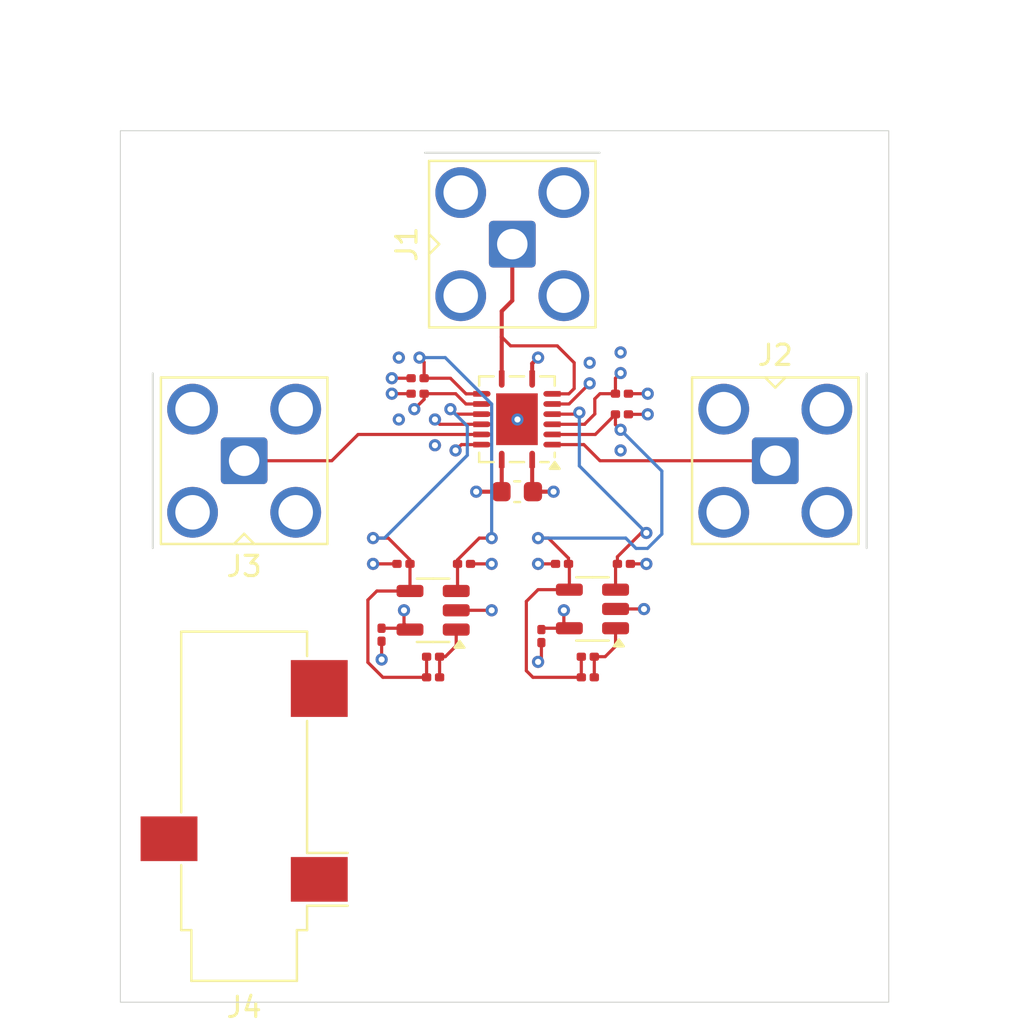
<source format=kicad_pcb>
(kicad_pcb (version 20240108) (generator "pcbnew") (generator_version "8.0")
  (layers (0 "F.Cu" signal) (1 "In1.Cu" signal) (2 "In2.Cu" signal) (31 "B.Cu" signal) (34 "B.Paste" user) (35 "F.Paste" user) (36 "B.SilkS" user "B.Silkscreen") (37 "F.SilkS" user "F.Silkscreen") (38 "B.Mask" user) (39 "F.Mask" user) (44 "Edge.Cuts" user))
  (net 0 "")
  (net 1 "/3.3V")
  (net 2 "GND")
  (net 3 "RF-In")
  (net 4 "CLK0")
  (net 5 "CLK1")
  (net 6 "/Q-Pos")
  (net 7 "/I-Neg")
  (net 8 "Net-(U2-OUT)")
  (net 9 "/Q-Neg")
  (net 10 "Net-(U3-OUT)")
  (net 11 "/I-Pos")
  (footprint "Capacitor_SMD:C_0201_0603Metric" (layer "F.Cu") (at 141.895 86.614 180)
    (property "Reference" "C4" (hide yes))
    (property "Value" ".1uf" (hide yes))
    (pad "1" smd roundrect (at -0.32 0 180) (size 0.46 0.4) (layers "F.Cu" "F.Mask") (net 11 "/I-Pos"))
    (pad "2" smd roundrect (at 0.32 0 180) (size 0.46 0.4) (layers "F.Cu" "F.Mask") (net 2 "GND"))
  )
  (footprint "Capacitor_SMD:C_0201_0603Metric" (layer "F.Cu") (at 141.895 85.852 180)
    (property "Reference" "C5" (hide yes))
    (property "Value" ".1uf" (hide yes))
    (pad "1" smd roundrect (at -0.32 0 180) (size 0.46 0.4) (layers "F.Cu" "F.Mask") (net 6 "/Q-Pos"))
    (pad "2" smd roundrect (at 0.32 0 180) (size 0.46 0.4) (layers "F.Cu" "F.Mask") (net 2 "GND"))
  )
  (footprint "Capacitor_SMD:C_0201_0603Metric" (layer "F.Cu") (at 147.991 98.552 90)
    (property "Reference" "C10" (hide yes))
    (property "Value" ".1uf" (hide yes))
    (pad "1" smd roundrect (at -0.32 0 90) (size 0.46 0.4) (layers "F.Cu" "F.Mask") (net 2 "GND"))
    (pad "2" smd roundrect (at 0.32 0 90) (size 0.46 0.4) (layers "F.Cu" "F.Mask") (net 1 "/3.3V"))
  )
  (footprint "Capacitor_SMD:C_0201_0603Metric" (layer "F.Cu") (at 144.181 94.996 180)
    (property "Reference" "C9" (hide yes))
    (property "Value" ".1uf" (hide yes))
    (pad "1" smd roundrect (at -0.32 0 180) (size 0.46 0.4) (layers "F.Cu" "F.Mask") (net 2 "GND"))
    (pad "2" smd roundrect (at 0.32 0 180) (size 0.46 0.4) (layers "F.Cu" "F.Mask") (net 6 "/Q-Pos"))
  )
  (footprint "Capacitor_SMD:C_0201_0603Metric" (layer "F.Cu") (at 151.958 86.614)
    (property "Reference" "C3" (hide yes))
    (property "Value" ".1uf" (hide yes))
    (pad "1" smd roundrect (at -0.32 0) (size 0.46 0.4) (layers "F.Cu" "F.Mask") (net 9 "/Q-Neg"))
    (pad "2" smd roundrect (at 0.32 0) (size 0.46 0.4) (layers "F.Cu" "F.Mask") (net 2 "GND"))
  )
  (footprint "Capacitor_SMD:C_0603_1608Metric" (layer "F.Cu") (at 146.799 91.44)
    (property "Reference" "C1" (hide yes))
    (property "Value" ".1uf" (hide yes))
    (fp_line (start -0.14058 -0.51) (end 0.14058 -0.51) (stroke (width 0.12)) (layer "F.SilkS"))
    (fp_line (start -0.14058 0.51) (end 0.14058 0.51) (stroke (width 0.12)) (layer "F.SilkS"))
    (pad "1" smd roundrect (at -0.775 0) (size 0.9 0.95) (layers "F.Cu" "F.Paste" "F.Mask") (net 1 "/3.3V"))
    (pad "2" smd roundrect (at 0.775 0) (size 0.9 0.95) (layers "F.Cu" "F.Paste" "F.Mask") (net 2 "GND"))
  )
  (footprint "Package_DFN_QFN:Texas_RGY_R-PVQFN-N16_EP2.05x2.55mm" (layer "F.Cu") (at 146.787 87.871 180)
    (property "Reference" "U1" (hide yes))
    (property "Value" "TS3A5017RGY" (hide yes))
    (fp_line (start 1.86 2.11) (end 1.86 1.65) (stroke (width 0.12)) (layer "F.SilkS"))
    (fp_line (start 1.86 -2.11) (end 1.86 -1.65) (stroke (width 0.12)) (layer "F.SilkS"))
    (fp_line (start 1.15 2.11) (end 1.86 2.11) (stroke (width 0.12)) (layer "F.SilkS"))
    (fp_line (start 1.15 -2.11) (end 1.86 -2.11) (stroke (width 0.12)) (layer "F.SilkS"))
    (fp_line (start 0.35 2.11) (end -0.35 2.11) (stroke (width 0.12)) (layer "F.SilkS"))
    (fp_line (start 0.35 -2.11) (end -0.35 -2.11) (stroke (width 0.12)) (layer "F.SilkS"))
    (fp_line (start -1.15 2.11) (end -1.86 2.11) (stroke (width 0.12)) (layer "F.SilkS"))
    (fp_line (start -1.15 -2.11) (end -1.56 -2.11) (stroke (width 0.12)) (layer "F.SilkS"))
    (fp_line (start -1.86 2.11) (end -1.86 1.65) (stroke (width 0.12)) (layer "F.SilkS"))
    (fp_line (start -1.86 -1.65) (end -1.86 -1.87) (stroke (width 0.12)) (layer "F.SilkS"))
    (fp_poly (pts (xy -1.86 -2.11) (xy -2.1 -2.44) (xy -1.62 -2.44) (xy -1.86 -2.11)) (stroke (width 0.12)) (fill solid) (layer "F.SilkS"))
    (pad "1" smd custom (at -0.75 -2.045 180) (size 0.28 0.71) (layers "F.Cu" "F.Paste" "F.Mask") (net 2 "GND") (options (clearance outline) (anchor rect)) (primitives (gr_circle (center 0 0.355) (end 0.14 0.355) (width 0) (fill yes))))
    (pad "2" smd custom (at -1.795 -1.25 180) (size 0.71 0.28) (layers "F.Cu" "F.Paste" "F.Mask") (net 4 "CLK0") (options (clearance outline) (anchor rect)) (primitives (gr_circle (center 0.355 0) (end 0.495 0) (width 0) (fill yes))))
    (pad "3" smd custom (at -1.795 -0.75 180) (size 0.71 0.28) (layers "F.Cu" "F.Paste" "F.Mask") (net 7 "/I-Neg") (options (clearance outline) (anchor rect)) (primitives (gr_circle (center 0.355 0) (end 0.495 0) (width 0) (fill yes))))
    (pad "4" smd custom (at -1.795 -0.25 180) (size 0.71 0.28) (layers "F.Cu" "F.Paste" "F.Mask") (net 9 "/Q-Neg") (options (clearance outline) (anchor rect)) (primitives (gr_circle (center 0.355 0) (end 0.495 0) (width 0) (fill yes))))
    (pad "5" smd custom (at -1.795 0.25 180) (size 0.71 0.28) (layers "F.Cu" "F.Paste" "F.Mask") (net 11 "/I-Pos") (options (clearance outline) (anchor rect)) (primitives (gr_circle (center 0.355 0) (end 0.495 0) (width 0) (fill yes))))
    (pad "6" smd custom (at -1.795 0.75 180) (size 0.71 0.28) (layers "F.Cu" "F.Paste" "F.Mask") (net 6 "/Q-Pos") (options (clearance outline) (anchor rect)) (primitives (gr_circle (center 0.355 0) (end 0.495 0) (width 0) (fill yes))))
    (pad "7" smd custom (at -1.795 1.25 180) (size 0.71 0.28) (layers "F.Cu" "F.Paste" "F.Mask") (net 3 "RF-In") (options (clearance outline) (anchor rect)) (primitives (gr_circle (center 0.355 0) (end 0.495 0) (width 0) (fill yes))))
    (pad "8" smd custom (at -0.75 2.045 180) (size 0.28 0.71) (layers "F.Cu" "F.Paste" "F.Mask") (net 2 "GND") (options (clearance outline) (anchor rect)) (primitives (gr_circle (center 0 -0.355) (end 0.14 -0.355) (width 0) (fill yes))))
    (pad "9" smd custom (at 0.75 2.045 180) (size 0.28 0.71) (layers "F.Cu" "F.Paste" "F.Mask") (net 3 "RF-In") (options (clearance outline) (anchor rect)) (primitives (gr_circle (center 0 -0.355) (end 0.14 -0.355) (width 0) (fill yes))))
    (pad "10" smd custom (at 1.795 1.25 180) (size 0.71 0.28) (layers "F.Cu" "F.Paste" "F.Mask") (net 6 "/Q-Pos") (options (clearance outline) (anchor rect)) (primitives (gr_circle (center -0.355 0) (end -0.215 0) (width 0) (fill yes))))
    (pad "11" smd custom (at 1.795 0.75 180) (size 0.71 0.28) (layers "F.Cu" "F.Paste" "F.Mask") (net 11 "/I-Pos") (options (clearance outline) (anchor rect)) (primitives (gr_circle (center -0.355 0) (end -0.215 0) (width 0) (fill yes))))
    (pad "12" smd custom (at 1.795 0.25 180) (size 0.71 0.28) (layers "F.Cu" "F.Paste" "F.Mask") (net 9 "/Q-Neg") (options (clearance outline) (anchor rect)) (primitives (gr_circle (center -0.355 0) (end -0.215 0) (width 0) (fill yes))))
    (pad "13" smd custom (at 1.795 -0.25 180) (size 0.71 0.28) (layers "F.Cu" "F.Paste" "F.Mask") (net 7 "/I-Neg") (options (clearance outline) (anchor rect)) (primitives (gr_circle (center -0.355 0) (end -0.215 0) (width 0) (fill yes))))
    (pad "14" smd custom (at 1.795 -0.75 180) (size 0.71 0.28) (layers "F.Cu" "F.Paste" "F.Mask") (net 5 "CLK1") (options (clearance outline) (anchor rect)) (primitives (gr_circle (center -0.355 0) (end -0.215 0) (width 0) (fill yes))))
    (pad "15" smd custom (at 1.795 -1.25 180) (size 0.71 0.28) (layers "F.Cu" "F.Paste" "F.Mask") (net 2 "GND") (options (clearance outline) (anchor rect)) (primitives (gr_circle (center -0.355 0) (end -0.215 0) (width 0) (fill yes))))
    (pad "16" smd custom (at 0.75 -2.045 180) (size 0.28 0.71) (layers "F.Cu" "F.Paste" "F.Mask") (net 1 "/3.3V") (options (clearance outline) (anchor rect)) (primitives (gr_circle (center 0 0.355) (end 0.14 0.355) (width 0) (fill yes))))
    (pad "17" smd rect (at 0 0 180) (size 2.05 2.55) (layers "F.Cu" "F.Mask") (net 2 "GND"))
  )
  (footprint "Connector_Coaxial:SMA_Amphenol_901-143_Horizontal" (layer "F.Cu") (at 133.35 89.916 90)
    (property "Reference" "J3" (at -5.2 0 0) (layer "F.SilkS"))
    (property "Value" "CLK1")
    (fp_line (start 4.1 -4.1) (end 4.1 4.1) (stroke (width 0.12)) (layer "F.SilkS"))
    (fp_line (start -4.1 -4.1) (end 4.1 -4.1) (stroke (width 0.12)) (layer "F.SilkS"))
    (fp_line (start -4.1 -4.1) (end -4.1 4.1) (stroke (width 0.12)) (layer "F.SilkS"))
    (fp_line (start -3.6 0) (end -4.1 -0.5) (stroke (width 0.12)) (layer "F.SilkS"))
    (fp_line (start -4.1 0.5) (end -3.6 0) (stroke (width 0.12)) (layer "F.SilkS"))
    (fp_line (start -4.1 4.1) (end 4.1 4.1) (stroke (width 0.12)) (layer "F.SilkS"))
    (fp_line (start 4.3 -4.5) (end -4.3 -4.5) (stroke (width 0.1)) (layer "Edge.Cuts"))
    (pad "1" thru_hole roundrect (at 0 0 90) (size 2.3 2.3) (drill 1.5) (layers "*.Cu" "*.Mask") (roundrect_rratio 0.087) (net 5 "CLK1"))
    (pad "2" thru_hole circle (at -2.54 -2.54 90) (size 2.5 2.5) (drill 1.7) (layers "*.Cu" "*.Mask") (net 2 "GND"))
    (pad "2" thru_hole circle (at -2.54 2.54 90) (size 2.5 2.5) (drill 1.7) (layers "*.Cu" "*.Mask") (net 2 "GND"))
    (pad "2" thru_hole circle (at 2.54 -2.54 90) (size 2.5 2.5) (drill 1.7) (layers "*.Cu" "*.Mask") (net 2 "GND"))
    (pad "2" thru_hole circle (at 2.54 2.54 90) (size 2.5 2.5) (drill 1.7) (layers "*.Cu" "*.Mask") (net 2 "GND"))
  )
  (footprint "Capacitor_SMD:C_0201_0603Metric" (layer "F.Cu") (at 149.007 94.996)
    (property "Reference" "C12" (hide yes))
    (property "Value" ".1uf" (hide yes))
    (pad "1" smd roundrect (at -0.32 0) (size 0.46 0.4) (layers "F.Cu" "F.Mask") (net 2 "GND"))
    (pad "2" smd roundrect (at 0.32 0) (size 0.46 0.4) (layers "F.Cu" "F.Mask") (net 7 "/I-Neg"))
  )
  (footprint "Capacitor_SMD:C_0201_0603Metric" (layer "F.Cu") (at 140.117 98.486 90)
    (property "Reference" "C6" (hide yes))
    (property "Value" ".1uf" (hide yes))
    (pad "1" smd roundrect (at -0.32 0 90) (size 0.46 0.4) (layers "F.Cu" "F.Mask") (net 2 "GND"))
    (pad "2" smd roundrect (at 0.32 0 90) (size 0.46 0.4) (layers "F.Cu" "F.Mask") (net 1 "/3.3V"))
  )
  (footprint "Connector_Coaxial:SMA_Amphenol_901-143_Horizontal" (layer "F.Cu") (at 146.558 79.248)
    (property "Reference" "J1" (at -5.2 0 90) (layer "F.SilkS"))
    (property "Value" "RF-In")
    (fp_line (start -4.1 -4.1) (end -4.1 4.1) (stroke (width 0.12)) (layer "F.SilkS"))
    (fp_line (start -4.1 -4.1) (end 4.1 -4.1) (stroke (width 0.12)) (layer "F.SilkS"))
    (fp_line (start -4.1 0.5) (end -3.6 0) (stroke (width 0.12)) (layer "F.SilkS"))
    (fp_line (start -4.1 4.1) (end 4.1 4.1) (stroke (width 0.12)) (layer "F.SilkS"))
    (fp_line (start -3.6 0) (end -4.1 -0.5) (stroke (width 0.12)) (layer "F.SilkS"))
    (fp_line (start 4.1 -4.1) (end 4.1 4.1) (stroke (width 0.12)) (layer "F.SilkS"))
    (fp_line (start 4.3 -4.5) (end -4.3 -4.5) (stroke (width 0.1)) (layer "Edge.Cuts"))
    (pad "1" thru_hole roundrect (at 0 0) (size 2.3 2.3) (drill 1.5) (layers "*.Cu" "*.Mask") (roundrect_rratio 0.087) (net 3 "RF-In"))
    (pad "2" thru_hole circle (at -2.54 -2.54) (size 2.5 2.5) (drill 1.7) (layers "*.Cu" "*.Mask") (net 2 "GND"))
    (pad "2" thru_hole circle (at -2.54 2.54) (size 2.5 2.5) (drill 1.7) (layers "*.Cu" "*.Mask") (net 2 "GND"))
    (pad "2" thru_hole circle (at 2.54 -2.54) (size 2.5 2.5) (drill 1.7) (layers "*.Cu" "*.Mask") (net 2 "GND"))
    (pad "2" thru_hole circle (at 2.54 2.54) (size 2.5 2.5) (drill 1.7) (layers "*.Cu" "*.Mask") (net 2 "GND"))
  )
  (footprint "Connector_Coaxial:SMA_Amphenol_901-143_Horizontal" (layer "F.Cu") (at 159.512 89.916 -90)
    (property "Reference" "J2" (at -5.2 0 180) (layer "F.SilkS"))
    (property "Value" "CLK0" (hide yes))
    (fp_line (start -4.1 4.1) (end 4.1 4.1) (stroke (width 0.12)) (layer "F.SilkS"))
    (fp_line (start -4.1 0.5) (end -3.6 0) (stroke (width 0.12)) (layer "F.SilkS"))
    (fp_line (start -3.6 0) (end -4.1 -0.5) (stroke (width 0.12)) (layer "F.SilkS"))
    (fp_line (start -4.1 -4.1) (end -4.1 4.1) (stroke (width 0.12)) (layer "F.SilkS"))
    (fp_line (start -4.1 -4.1) (end 4.1 -4.1) (stroke (width 0.12)) (layer "F.SilkS"))
    (fp_line (start 4.1 -4.1) (end 4.1 4.1) (stroke (width 0.12)) (layer "F.SilkS"))
    (fp_line (start 4.3 -4.5) (end -4.3 -4.5) (stroke (width 0.1)) (layer "Edge.Cuts"))
    (pad "1" thru_hole roundrect (at 0 0 270) (size 2.3 2.3) (drill 1.5) (layers "*.Cu" "*.Mask") (roundrect_rratio 0.087) (net 4 "CLK0"))
    (pad "2" thru_hole circle (at -2.54 -2.54 270) (size 2.5 2.5) (drill 1.7) (layers "*.Cu" "*.Mask") (net 2 "GND"))
    (pad "2" thru_hole circle (at -2.54 2.54 270) (size 2.5 2.5) (drill 1.7) (layers "*.Cu" "*.Mask") (net 2 "GND"))
    (pad "2" thru_hole circle (at 2.54 -2.54 270) (size 2.5 2.5) (drill 1.7) (layers "*.Cu" "*.Mask") (net 2 "GND"))
    (pad "2" thru_hole circle (at 2.54 2.54 270) (size 2.5 2.5) (drill 1.7) (layers "*.Cu" "*.Mask") (net 2 "GND"))
  )
  (footprint "Resistor_SMD:R_0201_0603Metric" (layer "F.Cu") (at 142.657 100.584)
    (property "Reference" "R1" (hide yes))
    (property "Value" "10k" (hide yes))
    (pad "1" smd roundrect (at -0.32 0) (size 0.46 0.4) (layers "F.Cu" "F.Mask") (net 9 "/Q-Neg"))
    (pad "2" smd roundrect (at 0.32 0) (size 0.46 0.4) (layers "F.Cu" "F.Mask") (net 8 "Net-(U2-OUT)"))
  )
  (footprint "Capacitor_SMD:C_0201_0603Metric" (layer "F.Cu") (at 141.199 94.996)
    (property "Reference" "C8" (hide yes))
    (property "Value" ".1uf" (hide yes))
    (pad "1" smd roundrect (at -0.32 0) (size 0.46 0.4) (layers "F.Cu" "F.Mask") (net 2 "GND"))
    (pad "2" smd roundrect (at 0.32 0) (size 0.46 0.4) (layers "F.Cu" "F.Mask") (net 9 "/Q-Neg"))
  )
  (footprint "Connector_Audio:Jack_3.5mm_CUI_SJ-3523-SMT_Horizontal" (layer "F.Cu") (at 133.35 106.934 180)
    (property "Reference" "J4" (at 0 -9.9 180) (layer "F.SilkS"))
    (property "Value" "AudioJack4_Ground" (hide yes))
    (fp_line (start 3.1 8.6) (end -3.1 8.6) (stroke (width 0.12)) (layer "F.SilkS"))
    (fp_line (start 3.1 -0.3) (end 3.1 8.6) (stroke (width 0.12)) (layer "F.SilkS"))
    (fp_line (start 3.1 -6.1) (end 3.1 -2.9) (stroke (width 0.12)) (layer "F.SilkS"))
    (fp_line (start 2.6 -6.1) (end 3.1 -6.1) (stroke (width 0.12)) (layer "F.SilkS"))
    (fp_line (start 2.6 -8.6) (end 2.6 -6.1) (stroke (width 0.12)) (layer "F.SilkS"))
    (fp_line (start -2.6 -6.1) (end -2.6 -8.6) (stroke (width 0.12)) (layer "F.SilkS"))
    (fp_line (start -2.6 -8.6) (end 2.6 -8.6) (stroke (width 0.12)) (layer "F.SilkS"))
    (fp_line (start -3.1 8.6) (end -3.1 7.4) (stroke (width 0.12)) (layer "F.SilkS"))
    (fp_line (start -3.1 4.2) (end -3.1 -2.3) (stroke (width 0.12)) (layer "F.SilkS"))
    (fp_line (start -3.1 -2.3) (end -5.1 -2.3) (stroke (width 0.12)) (layer "F.SilkS"))
    (fp_line (start -3.1 -4.9) (end -3.1 -6.1) (stroke (width 0.12)) (layer "F.SilkS"))
    (fp_line (start -3.1 -4.9) (end -5.1 -4.9) (stroke (width 0.12)) (layer "F.SilkS"))
    (fp_line (start -3.1 -6.1) (end -2.6 -6.1) (stroke (width 0.12)) (layer "F.SilkS"))
    (pad "" np_thru_hole circle (at 0 -2.5 180) (size 1.7 1.7) (drill 1.7) (layers "*.Cu" "*.Mask"))
    (pad "" np_thru_hole circle (at 0 4.5 180) (size 1.7 1.7) (drill 1.7) (layers "*.Cu" "*.Mask"))
    (pad "R" smd rect (at 3.7 -1.6 180) (size 2.8 2.2) (layers "F.Cu" "F.Paste" "F.Mask"))
    (pad "S" smd rect (at -3.7 -3.6 180) (size 2.8 2.2) (layers "F.Cu" "F.Paste" "F.Mask") (net 2 "GND"))
    (pad "T" smd rect (at -3.7 5.8 180) (size 2.8 2.8) (layers "F.Cu" "F.Paste" "F.Mask") (net 10 "Net-(U3-OUT)"))
  )
  (footprint "Capacitor_SMD:C_0201_0603Metric" (layer "F.Cu") (at 150.277 100.584 180)
    (property "Reference" "C13" (hide yes))
    (property "Value" ".1uf" (hide yes))
    (pad "1" smd roundrect (at -0.32 0 180) (size 0.46 0.4) (layers "F.Cu" "F.Mask") (net 10 "Net-(U3-OUT)"))
    (pad "2" smd roundrect (at 0.32 0 180) (size 0.46 0.4) (layers "F.Cu" "F.Mask") (net 7 "/I-Neg"))
  )
  (footprint "Package_TO_SOT_SMD:SOT-23-5" (layer "F.Cu") (at 142.657 97.282 180)
    (property "Reference" "U2" (hide yes))
    (property "Value" "LMP7715MF" (hide yes))
    (fp_line (start 0 1.56) (end 0.8 1.56) (stroke (width 0.12)) (layer "F.SilkS"))
    (fp_line (start 0 1.56) (end -0.8 1.56) (stroke (width 0.12)) (layer "F.SilkS"))
    (fp_line (start 0 -1.56) (end 0.8 -1.56) (stroke (width 0.12)) (layer "F.SilkS"))
    (fp_line (start 0 -1.56) (end -0.8 -1.56) (stroke (width 0.12)) (layer "F.SilkS"))
    (fp_poly (pts (xy -1.3 -1.51) (xy -1.54 -1.84) (xy -1.06 -1.84) (xy -1.3 -1.51)) (stroke (width 0.12)) (fill solid) (layer "F.SilkS"))
    (pad "1" smd roundrect (at -1.1375 -0.95 180) (size 1.325 0.6) (layers "F.Cu" "F.Paste" "F.Mask") (net 8 "Net-(U2-OUT)"))
    (pad "2" smd roundrect (at -1.1375 0 180) (size 1.325 0.6) (layers "F.Cu" "F.Paste" "F.Mask") (net 2 "GND"))
    (pad "3" smd roundrect (at -1.1375 0.95 180) (size 1.325 0.6) (layers "F.Cu" "F.Paste" "F.Mask") (net 6 "/Q-Pos"))
    (pad "4" smd roundrect (at 1.1375 0.95 180) (size 1.325 0.6) (layers "F.Cu" "F.Paste" "F.Mask") (net 9 "/Q-Neg"))
    (pad "5" smd roundrect (at 1.1375 -0.95 180) (size 1.325 0.6) (layers "F.Cu" "F.Paste" "F.Mask") (net 1 "/3.3V"))
  )
  (footprint "Capacitor_SMD:C_0201_0603Metric" (layer "F.Cu") (at 152.055 94.996 180)
    (property "Reference" "C11" (hide yes))
    (property "Value" ".1uf" (hide yes))
    (pad "1" smd roundrect (at -0.32 0 180) (size 0.46 0.4) (layers "F.Cu" "F.Mask") (net 2 "GND"))
    (pad "2" smd roundrect (at 0.32 0 180) (size 0.46 0.4) (layers "F.Cu" "F.Mask") (net 11 "/I-Pos"))
  )
  (footprint "Package_TO_SOT_SMD:SOT-23-5" (layer "F.Cu") (at 150.5065 97.216 180)
    (property "Reference" "U3" (hide yes))
    (property "Value" "LMP7715MF" (hide yes))
    (fp_line (start 0 1.56) (end 0.8 1.56) (stroke (width 0.12)) (layer "F.SilkS"))
    (fp_line (start 0 1.56) (end -0.8 1.56) (stroke (width 0.12)) (layer "F.SilkS"))
    (fp_line (start 0 -1.56) (end 0.8 -1.56) (stroke (width 0.12)) (layer "F.SilkS"))
    (fp_line (start 0 -1.56) (end -0.8 -1.56) (stroke (width 0.12)) (layer "F.SilkS"))
    (fp_poly (pts (xy -1.3 -1.51) (xy -1.54 -1.84) (xy -1.06 -1.84) (xy -1.3 -1.51)) (stroke (width 0.12)) (fill solid) (layer "F.SilkS"))
    (pad "1" smd roundrect (at -1.1375 -0.95 180) (size 1.325 0.6) (layers "F.Cu" "F.Paste" "F.Mask") (net 10 "Net-(U3-OUT)"))
    (pad "2" smd roundrect (at -1.1375 0 180) (size 1.325 0.6) (layers "F.Cu" "F.Paste" "F.Mask") (net 2 "GND"))
    (pad "3" smd roundrect (at -1.1375 0.95 180) (size 1.325 0.6) (layers "F.Cu" "F.Paste" "F.Mask") (net 11 "/I-Pos"))
    (pad "4" smd roundrect (at 1.1375 0.95 180) (size 1.325 0.6) (layers "F.Cu" "F.Paste" "F.Mask") (net 7 "/I-Neg"))
    (pad "5" smd roundrect (at 1.1375 -0.95 180) (size 1.325 0.6) (layers "F.Cu" "F.Paste" "F.Mask") (net 1 "/3.3V"))
  )
  (footprint "Capacitor_SMD:C_0201_0603Metric" (layer "F.Cu") (at 151.958 87.63)
    (property "Reference" "C2" (hide yes))
    (property "Value" ".1uf" (hide yes))
    (pad "1" smd roundrect (at -0.32 0) (size 0.46 0.4) (layers "F.Cu" "F.Mask") (net 7 "/I-Neg"))
    (pad "2" smd roundrect (at 0.32 0) (size 0.46 0.4) (layers "F.Cu" "F.Mask") (net 2 "GND"))
  )
  (footprint "Resistor_SMD:R_0201_0603Metric" (layer "F.Cu") (at 150.277 99.568)
    (property "Reference" "R2" (hide yes))
    (property "Value" "10k" (hide yes))
    (pad "1" smd roundrect (at -0.32 0) (size 0.46 0.4) (layers "F.Cu" "F.Mask") (net 7 "/I-Neg"))
    (pad "2" smd roundrect (at 0.32 0) (size 0.46 0.4) (layers "F.Cu" "F.Mask") (net 10 "Net-(U3-OUT)"))
  )
  (footprint "Capacitor_SMD:C_0201_0603Metric" (layer "F.Cu") (at 142.657 99.568 180)
    (property "Reference" "C7" (hide yes))
    (property "Value" ".1uf" (hide yes))
    (pad "1" smd roundrect (at -0.32 0 180) (size 0.46 0.4) (layers "F.Cu" "F.Mask") (net 8 "Net-(U2-OUT)"))
    (pad "2" smd roundrect (at 0.32 0 180) (size 0.46 0.4) (layers "F.Cu" "F.Mask") (net 9 "/Q-Neg"))
  )
  (gr_rect (start 127.254 73.66) (end 165.1 116.586) (stroke (width 0.05)) (fill none) (layer "Edge.Cuts"))
  (segment (start 149.369 98.166) (end 148.057 98.166) (width 0.156464) (layer "F.Cu") (net 1))
  (segment (start 146.037 91.427) (end 146.024 91.44) (width 0.2) (layer "F.Cu") (net 1))
  (segment (start 146.024 91.44) (end 144.78 91.44) (width 0.2) (layer "F.Cu") (net 1))
  (segment (start 149.098 97.895) (end 149.369 98.166) (width 0.156464) (layer "F.Cu") (net 1))
  (segment (start 149.098 97.282) (end 149.098 97.895) (width 0.156464) (layer "F.Cu") (net 1))
  (segment (start 141.224 97.282) (end 141.224 97.9365) (width 0.156464) (layer "F.Cu") (net 1))
  (segment (start 148.057 98.166) (end 147.991 98.232) (width 0.156464) (layer "F.Cu") (net 1))
  (segment (start 141.4535 98.166) (end 141.5195 98.232) (width 0.156464) (layer "F.Cu") (net 1))
  (segment (start 146.037 89.916) (end 146.037 91.427) (width 0.2) (layer "F.Cu") (net 1))
  (segment (start 141.224 97.9365) (end 141.5195 98.232) (width 0.156464) (layer "F.Cu") (net 1))
  (segment (start 140.117 98.166) (end 141.4535 98.166) (width 0.156464) (layer "F.Cu") (net 1))
  (via (at 144.78 91.44) (size 0.6) (drill 0.3) (layers "F.Cu" "B.Cu") (net 1))
  (via (at 149.098 97.282) (size 0.6) (drill 0.3) (layers "F.Cu" "B.Cu") (net 1))
  (via (at 141.224 97.282) (size 0.6) (drill 0.3) (layers "F.Cu" "B.Cu") (net 1))
  (segment (start 153.03873 97.216) (end 153.044537 97.221807) (width 0.156464) (layer "F.Cu") (net 2))
  (segment (start 140.122574 98.811574) (end 140.117 98.806) (width 0.156464) (layer "F.Cu") (net 2))
  (segment (start 147.991 99.659) (end 147.828 99.822) (width 0.156464) (layer "F.Cu") (net 2))
  (segment (start 147.537 85.127) (end 147.828 84.836) (width 0.2) (layer "F.Cu") (net 2))
  (segment (start 144.051 89.121) (end 143.764 89.408) (width 0.156464) (layer "F.Cu") (net 2))
  (segment (start 140.625 86.614) (end 141.575 86.614) (width 0.156464) (layer "F.Cu") (net 2))
  (segment (start 147.537 89.916) (end 147.537 91.403) (width 0.2) (layer "F.Cu") (net 2))
  (segment (start 144.501 94.996) (end 145.542 94.996) (width 0.156464) (layer "F.Cu") (net 2))
  (segment (start 147.828 94.996) (end 148.687 94.996) (width 0.156464) (layer "F.Cu") (net 2))
  (segment (start 153.228 86.614) (end 152.278 86.614) (width 0.156464) (layer "F.Cu") (net 2))
  (segment (start 147.991 98.872) (end 147.991 99.659) (width 0.156464) (layer "F.Cu") (net 2))
  (segment (start 140.879 94.996) (end 139.7 94.996) (width 0.156464) (layer "F.Cu") (net 2))
  (segment (start 140.122574 99.706043) (end 140.122574 98.811574) (width 0.156464) (layer "F.Cu") (net 2))
  (segment (start 147.574 91.44) (end 148.59 91.44) (width 0.2) (layer "F.Cu") (net 2))
  (segment (start 147.537 85.826) (end 147.537 85.127) (width 0.2) (layer "F.Cu") (net 2))
  (segment (start 143.7945 97.282) (end 145.542 97.282) (width 0.156464) (layer "F.Cu") (net 2))
  (segment (start 152.375 94.996) (end 153.162 94.996) (width 0.156464) (layer "F.Cu") (net 2))
  (segment (start 147.537 91.403) (end 147.574 91.44) (width 0.2) (layer "F.Cu") (net 2))
  (segment (start 151.644 97.216) (end 153.03873 97.216) (width 0.156464) (layer "F.Cu") (net 2))
  (segment (start 153.228 87.63) (end 152.278 87.63) (width 0.156464) (layer "F.Cu") (net 2))
  (segment (start 140.625 85.852) (end 141.575 85.852) (width 0.156464) (layer "F.Cu") (net 2))
  (segment (start 144.992 89.121) (end 144.051 89.121) (width 0.156464) (layer "F.Cu") (net 2))
  (via (at 140.625 85.852) (size 0.6) (drill 0.3) (layers "F.Cu" "B.Cu") (net 2))
  (via (at 140.97 84.836) (size 0.6) (drill 0.3) (layers "F.Cu" "B.Cu") (net 2))
  (via (at 145.542 97.282) (size 0.6) (drill 0.3) (layers "F.Cu" "B.Cu") (net 2))
  (via (at 147.828 84.836) (size 0.6) (drill 0.3) (layers "F.Cu" "B.Cu") (net 2))
  (via (at 143.764 89.408) (size 0.6) (drill 0.3) (layers "F.Cu" "B.Cu") (net 2))
  (via (at 147.828 94.996) (size 0.6) (drill 0.3) (layers "F.Cu" "B.Cu") (net 2))
  (via (at 140.122574 99.706043) (size 0.6) (drill 0.3) (layers "F.Cu" "B.Cu") (net 2))
  (via (at 145.542 94.996) (size 0.6) (drill 0.3) (layers "F.Cu" "B.Cu") (net 2))
  (via (at 142.748 89.154) (size 0.6) (drill 0.3) (layers "F.Cu" "B.Cu") (net 2))
  (via (at 146.812 87.884) (size 0.6) (drill 0.3) (layers "F.Cu" "B.Cu") (net 2))
  (via (at 151.892 84.582) (size 0.6) (drill 0.3) (layers "F.Cu" "B.Cu") (net 2))
  (via (at 148.59 91.44) (size 0.6) (drill 0.3) (layers "F.Cu" "B.Cu") (net 2))
  (via (at 153.228 86.614) (size 0.6) (drill 0.3) (layers "F.Cu" "B.Cu") (net 2))
  (via (at 139.7 94.996) (size 0.6) (drill 0.3) (layers "F.Cu" "B.Cu") (net 2))
  (via (at 153.228 87.63) (size 0.6) (drill 0.3) (layers "F.Cu" "B.Cu") (net 2))
  (via (at 140.625 86.614) (size 0.6) (drill 0.3) (layers "F.Cu" "B.Cu") (net 2))
  (via (at 147.828 99.822) (size 0.6) (drill 0.3) (layers "F.Cu" "B.Cu") (net 2))
  (via (at 153.044537 97.221807) (size 0.6) (drill 0.3) (layers "F.Cu" "B.Cu") (net 2))
  (via (at 140.97 87.884) (size 0.6) (drill 0.3) (layers "F.Cu" "B.Cu") (net 2))
  (via (at 153.162 94.996) (size 0.6) (drill 0.3) (layers "F.Cu" "B.Cu") (net 2))
  (via (at 151.892 89.408) (size 0.6) (drill 0.3) (layers "F.Cu" "B.Cu") (net 2))
  (via (at 150.368 85.09) (size 0.6) (drill 0.3) (layers "F.Cu" "B.Cu") (net 2))
  (segment (start 146.474768 84.257768) (end 146.037 83.82) (width 0.156464) (layer "F.Cu") (net 3))
  (segment (start 146.558 82.028456) (end 146.037 82.549456) (width 0.2) (layer "F.Cu") (net 3))
  (segment (start 146.037 83.82) (end 146.037 85.826) (width 0.2) (layer "F.Cu") (net 3))
  (segment (start 149.606 86.36) (end 149.606 85.09) (width 0.156464) (layer "F.Cu") (net 3))
  (segment (start 149.345 86.621) (end 149.606 86.36) (width 0.156464) (layer "F.Cu") (net 3))
  (segment (start 149.606 85.09) (end 148.773768 84.257768) (width 0.156464) (layer "F.Cu") (net 3))
  (segment (start 146.037 79.769) (end 146.558 79.248) (width 0.2) (layer "F.Cu") (net 3))
  (segment (start 148.582 86.621) (end 149.345 86.621) (width 0.156464) (layer "F.Cu") (net 3))
  (segment (start 148.773768 84.257768) (end 146.474768 84.257768) (width 0.156464) (layer "F.Cu") (net 3))
  (segment (start 146.037 82.549456) (end 146.037 83.82) (width 0.2) (layer "F.Cu") (net 3))
  (segment (start 146.558 79.248) (end 146.558 82.028456) (width 0.2) (layer "F.Cu") (net 3))
  (segment (start 150.081 89.121) (end 148.582 89.121) (width 0.156464) (layer "F.Cu") (net 4))
  (segment (start 159.512 89.916) (end 150.876 89.916) (width 0.156464) (layer "F.Cu") (net 4))
  (segment (start 150.876 89.916) (end 150.081 89.121) (width 0.156464) (layer "F.Cu") (net 4))
  (segment (start 138.963 88.621) (end 144.992 88.621) (width 0.156464) (layer "F.Cu") (net 5))
  (segment (start 133.35 89.916) (end 137.668 89.916) (width 0.156464) (layer "F.Cu") (net 5))
  (segment (start 137.668 89.916) (end 138.963 88.621) (width 0.156464) (layer "F.Cu") (net 5))
  (segment (start 144.931001 93.726) (end 145.542 93.726) (width 0.156464) (layer "F.Cu") (net 6))
  (segment (start 142.215 85.065) (end 141.986 84.836) (width 0.156464) (layer "F.Cu") (net 6))
  (segment (start 142.215 85.852) (end 142.215 85.065) (width 0.156464) (layer "F.Cu") (net 6))
  (segment (start 143.51 85.852) (end 142.215 85.852) (width 0.156464) (layer "F.Cu") (net 6))
  (segment (start 143.861 96.2655) (end 143.7945 96.332) (width 0.156464) (layer "F.Cu") (net 6))
  (segment (start 143.861 94.796001) (end 144.931001 93.726) (width 0.156464) (layer "F.Cu") (net 6))
  (segment (start 149.353 87.121) (end 150.368 86.106) (width 0.156464) (layer "F.Cu") (net 6))
  (segment (start 144.279 86.621) (end 143.51 85.852) (width 0.156464) (layer "F.Cu") (net 6))
  (segment (start 143.861 94.996) (end 143.861 94.796001) (width 0.156464) (layer "F.Cu") (net 6))
  (segment (start 143.861 94.996) (end 143.861 96.2655) (width 0.156464) (layer "F.Cu") (net 6))
  (segment (start 148.582 87.121) (end 149.353 87.121) (width 0.156464) (layer "F.Cu") (net 6))
  (segment (start 144.992 86.621) (end 144.279 86.621) (width 0.156464) (layer "F.Cu") (net 6))
  (via (at 141.986 84.836) (size 0.6) (drill 0.3) (layers "F.Cu" "B.Cu") (net 6))
  (via (at 150.368 86.106) (size 0.6) (drill 0.3) (layers "F.Cu" "B.Cu") (net 6))
  (via (at 145.542 93.726) (size 0.6) (drill 0.3) (layers "F.Cu" "B.Cu") (net 6))
  (segment (start 143.256 84.836) (end 145.542 87.122) (width 0.156464) (layer "B.Cu") (net 6))
  (segment (start 145.542 93.726) (end 145.542 87.122) (width 0.156464) (layer "B.Cu") (net 6))
  (segment (start 141.986 84.836) (end 143.256 84.836) (width 0.156464) (layer "B.Cu") (net 6))
  (segment (start 151.638 88.138) (end 151.892 88.392) (width 0.156464) (layer "F.Cu") (net 7))
  (segment (start 149.327 94.717) (end 148.336 93.726) (width 0.156464) (layer "F.Cu") (net 7))
  (segment (start 144.992 88.121) (end 142.985 88.121) (width 0.156464) (layer "F.Cu") (net 7))
  (segment (start 147.828 96.266) (end 149.369 96.266) (width 0.156464) (layer "F.Cu") (net 7))
  (segment (start 147.249768 100.259768) (end 147.249768 96.844232) (width 0.156464) (layer "F.Cu") (net 7))
  (segment (start 149.957 100.584) (end 147.574 100.584) (width 0.156464) (layer "F.Cu") (net 7))
  (segment (start 148.336 93.726) (end 147.828 93.726) (width 0.156464) (layer "F.Cu") (net 7))
  (segment (start 149.327 94.996) (end 149.327 94.717) (width 0.156464) (layer "F.Cu") (net 7))
  (segment (start 148.582 88.621) (end 150.647 88.621) (width 0.156464) (layer "F.Cu") (net 7))
  (segment (start 151.638 87.63) (end 151.638 88.138) (width 0.156464) (layer "F.Cu") (net 7))
  (segment (start 149.369 95.038) (end 149.327 94.996) (width 0.156464) (layer "F.Cu") (net 7))
  (segment (start 147.574 100.584) (end 147.249768 100.259768) (width 0.156464) (layer "F.Cu") (net 7))
  (segment (start 150.647 88.621) (end 151.638 87.63) (width 0.156464) (layer "F.Cu") (net 7))
  (segment (start 149.369 96.266) (end 149.369 95.038) (width 0.156464) (layer "F.Cu") (net 7))
  (segment (start 142.985 88.121) (end 142.748 87.884) (width 0.156464) (layer "F.Cu") (net 7))
  (segment (start 147.249768 96.844232) (end 147.828 96.266) (width 0.156464) (layer "F.Cu") (net 7))
  (segment (start 149.957 100.584) (end 149.957 99.568) (width 0.156464) (layer "F.Cu") (net 7))
  (via (at 147.828 93.726) (size 0.6) (drill 0.3) (layers "F.Cu" "B.Cu") (net 7))
  (via (at 142.748 87.884) (size 0.6) (drill 0.3) (layers "F.Cu" "B.Cu") (net 7))
  (via (at 151.892 88.392) (size 0.6) (drill 0.3) (layers "F.Cu" "B.Cu") (net 7))
  (segment (start 147.828 93.726) (end 152.146 93.726) (width 0.156464) (layer "B.Cu") (net 7))
  (segment (start 152.146 93.726) (end 152.654 94.234) (width 0.156464) (layer "B.Cu") (net 7))
  (segment (start 153.924 90.424) (end 151.892 88.392) (width 0.156464) (layer "B.Cu") (net 7))
  (segment (start 153.924 93.527744) (end 153.924 90.424) (width 0.156464) (layer "B.Cu") (net 7))
  (segment (start 153.217744 94.234) (end 153.924 93.527744) (width 0.156464) (layer "B.Cu") (net 7))
  (segment (start 152.654 94.234) (end 153.217744 94.234) (width 0.156464) (layer "B.Cu") (net 7))
  (segment (start 143.256 99.568) (end 143.7945 99.0295) (width 0.156464) (layer "F.Cu") (net 8))
  (segment (start 142.977 99.568) (end 143.256 99.568) (width 0.156464) (layer "F.Cu") (net 8))
  (segment (start 142.977 100.584) (end 142.977 99.568) (width 0.156464) (layer "F.Cu") (net 8))
  (segment (start 143.7945 99.0295) (end 143.7945 98.232) (width 0.156464) (layer "F.Cu") (net 8))
  (segment (start 140.182787 100.584) (end 139.446 99.847213) (width 0.156464) (layer "F.Cu") (net 9))
  (segment (start 150.876 86.614) (end 151.638 86.614) (width 0.156464) (layer "F.Cu") (net 9))
  (segment (start 151.638 85.852) (end 151.892 85.598) (width 0.156464) (layer "F.Cu") (net 9))
  (segment (start 141.519 94.996) (end 141.519 94.796001) (width 0.156464) (layer "F.Cu") (net 9))
  (segment (start 141.519 96.3315) (end 141.5195 96.332) (width 0.156464) (layer "F.Cu") (net 9))
  (segment (start 143.755 87.621) (end 143.51 87.376) (width 0.156464) (layer "F.Cu") (net 9))
  (segment (start 140.448999 93.726) (end 139.7 93.726) (width 0.156464) (layer "F.Cu") (net 9))
  (segment (start 139.888 96.332) (end 141.5195 96.332) (width 0.156464) (layer "F.Cu") (net 9))
  (segment (start 150.622 87.613) (end 150.622 86.868) (width 0.156464) (layer "F.Cu") (net 9))
  (segment (start 150.622 86.868) (end 150.876 86.614) (width 0.156464) (layer "F.Cu") (net 9))
  (segment (start 139.446 96.774) (end 139.888 96.332) (width 0.156464) (layer "F.Cu") (net 9))
  (segment (start 150.114 88.121) (end 150.622 87.613) (width 0.156464) (layer "F.Cu") (net 9))
  (segment (start 150.114 88.121) (end 150.131 88.121) (width 0.156464) (layer "F.Cu") (net 9))
  (segment (start 148.582 88.121) (end 150.114 88.121) (width 0.156464) (layer "F.Cu") (net 9))
  (segment (start 142.337 100.584) (end 140.182787 100.584) (width 0.156464) (layer "F.Cu") (net 9))
  (segment (start 142.337 100.584) (end 142.337 99.568) (width 0.156464) (layer "F.Cu") (net 9))
  (segment (start 151.638 86.614) (end 151.638 85.852) (width 0.156464) (layer "F.Cu") (net 9))
  (segment (start 141.519 94.996) (end 141.519 96.3315) (width 0.156464) (layer "F.Cu") (net 9))
  (segment (start 141.519 94.796001) (end 140.448999 93.726) (width 0.156464) (layer "F.Cu") (net 9))
  (segment (start 139.446 99.847213) (end 139.446 96.774) (width 0.156464) (layer "F.Cu") (net 9))
  (segment (start 144.992 87.621) (end 143.755 87.621) (width 0.156464) (layer "F.Cu") (net 9))
  (via (at 139.7 93.726) (size 0.6) (drill 0.3) (layers "F.Cu" "B.Cu") (net 9))
  (via (at 151.892 85.598) (size 0.6) (drill 0.3) (layers "F.Cu" "B.Cu") (net 9))
  (via (at 143.51 87.376) (size 0.6) (drill 0.3) (layers "F.Cu" "B.Cu") (net 9))
  (segment (start 139.7 93.726) (end 140.263744 93.726) (width 0.156464) (layer "B.Cu") (net 9))
  (segment (start 144.342232 88.208232) (end 143.51 87.376) (width 0.156464) (layer "B.Cu") (net 9))
  (segment (start 144.342232 89.647512) (end 144.342232 88.208232) (width 0.156464) (layer "B.Cu") (net 9))
  (segment (start 140.263744 93.726) (end 144.342232 89.647512) (width 0.156464) (layer "B.Cu") (net 9))
  (segment (start 151.644 99.054) (end 151.644 98.166) (width 0.156464) (layer "F.Cu") (net 10))
  (segment (start 150.597 99.568) (end 151.13 99.568) (width 0.156464) (layer "F.Cu") (net 10))
  (segment (start 151.13 99.568) (end 151.644 99.054) (width 0.156464) (layer "F.Cu") (net 10))
  (segment (start 150.597 100.584) (end 150.597 99.568) (width 0.156464) (layer "F.Cu") (net 10))
  (segment (start 144.992 87.121) (end 144.274884 87.121) (width 0.156464) (layer "F.Cu") (net 11))
  (segment (start 142.215 86.614) (end 142.215 86.893) (width 0.156464) (layer "F.Cu") (net 11))
  (segment (start 151.735 94.996) (end 151.735 94.645) (width 0.156464) (layer "F.Cu") (net 11))
  (segment (start 152.908 93.472) (end 153.162 93.472) (width 0.156464) (layer "F.Cu") (net 11))
  (segment (start 151.644 96.266) (end 151.644 95.087) (width 0.156464) (layer "F.Cu") (net 11))
  (segment (start 151.644 95.087) (end 151.735 94.996) (width 0.156464) (layer "F.Cu") (net 11))
  (segment (start 144.274884 87.121) (end 143.767884 86.614) (width 0.156464) (layer "F.Cu") (net 11))
  (segment (start 142.215 86.893) (end 141.732 87.376) (width 0.156464) (layer "F.Cu") (net 11))
  (segment (start 151.735 94.645) (end 152.908 93.472) (width 0.156464) (layer "F.Cu") (net 11))
  (segment (start 143.767884 86.614) (end 142.215 86.614) (width 0.156464) (layer "F.Cu") (net 11))
  (segment (start 142.216 86.613) (end 142.215 86.614) (width 0.156464) (layer "F.Cu") (net 11))
  (segment (start 148.582 87.621) (end 149.781768 87.621) (width 0.156464) (layer "F.Cu") (net 11))
  (segment (start 149.781768 87.621) (end 149.86 87.542768) (width 0.156464) (layer "F.Cu") (net 11))
  (via (at 149.86 87.542768) (size 0.6) (drill 0.3) (layers "F.Cu" "B.Cu") (net 11))
  (via (at 141.732 87.376) (size 0.6) (drill 0.3) (layers "F.Cu" "B.Cu") (net 11))
  (via (at 153.162 93.472) (size 0.6) (drill 0.3) (layers "F.Cu" "B.Cu") (net 11))
  (segment (start 149.86 90.17) (end 153.162 93.472) (width 0.156464) (layer "B.Cu") (net 11))
  (segment (start 149.86 87.542768) (end 149.86 90.17) (width 0.156464) (layer "B.Cu") (net 11))
)
</source>
